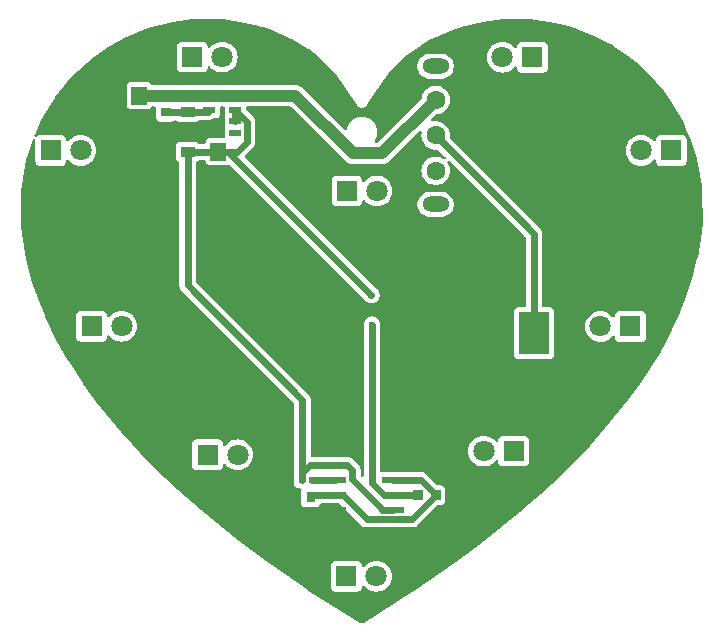
<source format=gbr>
%TF.GenerationSoftware,KiCad,Pcbnew,8.0.7-8.0.7-0~ubuntu24.04.1*%
%TF.CreationDate,2025-01-10T15:06:56-06:00*%
%TF.ProjectId,HeartLEDChaser_PCB,48656172-744c-4454-9443-68617365725f,rev?*%
%TF.SameCoordinates,Original*%
%TF.FileFunction,Copper,L2,Bot*%
%TF.FilePolarity,Positive*%
%FSLAX46Y46*%
G04 Gerber Fmt 4.6, Leading zero omitted, Abs format (unit mm)*
G04 Created by KiCad (PCBNEW 8.0.7-8.0.7-0~ubuntu24.04.1) date 2025-01-10 15:06:56*
%MOMM*%
%LPD*%
G01*
G04 APERTURE LIST*
%TA.AperFunction,ComponentPad*%
%ADD10R,1.800000X1.800000*%
%TD*%
%TA.AperFunction,ComponentPad*%
%ADD11C,1.800000*%
%TD*%
%TA.AperFunction,ComponentPad*%
%ADD12C,1.600000*%
%TD*%
%TA.AperFunction,ComponentPad*%
%ADD13O,2.300000X1.300000*%
%TD*%
%TA.AperFunction,SMDPad,CuDef*%
%ADD14R,0.860000X0.800000*%
%TD*%
%TA.AperFunction,SMDPad,CuDef*%
%ADD15R,1.360000X1.500000*%
%TD*%
%TA.AperFunction,SMDPad,CuDef*%
%ADD16R,0.800000X0.900000*%
%TD*%
%TA.AperFunction,SMDPad,CuDef*%
%ADD17R,0.570000X0.540000*%
%TD*%
%TA.AperFunction,SMDPad,CuDef*%
%ADD18R,2.600000X3.600000*%
%TD*%
%TA.AperFunction,SMDPad,CuDef*%
%ADD19R,1.000000X0.600000*%
%TD*%
%TA.AperFunction,SMDPad,CuDef*%
%ADD20R,1.981200X0.558800*%
%TD*%
%TA.AperFunction,SMDPad,CuDef*%
%ADD21R,0.810000X0.860000*%
%TD*%
%TA.AperFunction,SMDPad,CuDef*%
%ADD22R,1.150000X0.950000*%
%TD*%
%TA.AperFunction,ViaPad*%
%ADD23C,0.600000*%
%TD*%
%TA.AperFunction,Conductor*%
%ADD24C,0.600000*%
%TD*%
%TA.AperFunction,Conductor*%
%ADD25C,1.000000*%
%TD*%
G04 APERTURE END LIST*
D10*
%TO.P,D3,1,K*%
%TO.N,Net-(D3-K)*%
X103660000Y-84140000D03*
D11*
%TO.P,D3,2,A*%
%TO.N,Net-(D3-A)*%
X106200000Y-84140000D03*
%TD*%
D10*
%TO.P,D9,1,K*%
%TO.N,Net-(D9-K)*%
X156190000Y-84140000D03*
D11*
%TO.P,D9,2,A*%
%TO.N,Net-(D9-A)*%
X153650000Y-84140000D03*
%TD*%
D10*
%TO.P,D8,1,K*%
%TO.N,Net-(D8-K)*%
X152740000Y-99050000D03*
D11*
%TO.P,D8,2,A*%
%TO.N,Net-(D8-A)*%
X150200000Y-99050000D03*
%TD*%
D10*
%TO.P,D2,1,K*%
%TO.N,Net-(D2-K)*%
X115640000Y-76240000D03*
D11*
%TO.P,D2,2,A*%
%TO.N,Net-(D2-A)*%
X118180000Y-76240000D03*
%TD*%
D10*
%TO.P,D4,1,K*%
%TO.N,Net-(D4-K)*%
X107120000Y-99030000D03*
D11*
%TO.P,D4,2,A*%
%TO.N,Net-(D4-A)*%
X109660000Y-99030000D03*
%TD*%
D12*
%TO.P,U4,1,1*%
%TO.N,unconnected-(U4-Pad1)*%
X136250000Y-85870000D03*
%TO.P,U4,2,2*%
%TO.N,Net-(BT1-+)*%
X136250000Y-82870000D03*
%TO.P,U4,3,3*%
%TO.N,+3V0*%
X136250000Y-79870000D03*
D13*
%TO.P,U4,4,4*%
%TO.N,unconnected-(U4-Pad4)*%
X136250000Y-77020000D03*
%TO.P,U4,5,5*%
%TO.N,unconnected-(U4-Pad5)*%
X136250000Y-88720000D03*
%TD*%
D10*
%TO.P,D7,1,K*%
%TO.N,Net-(D7-K)*%
X142850000Y-109600000D03*
D11*
%TO.P,D7,2,A*%
%TO.N,Net-(D7-A)*%
X140310000Y-109600000D03*
%TD*%
D10*
%TO.P,D10,1,K*%
%TO.N,Net-(D10-K)*%
X144440000Y-76260000D03*
D11*
%TO.P,D10,2,A*%
%TO.N,Net-(D10-A)*%
X141900000Y-76260000D03*
%TD*%
D10*
%TO.P,D5,1,K*%
%TO.N,unconnected-(D5-K-Pad1)*%
X116940000Y-109910000D03*
D11*
%TO.P,D5,2,A*%
%TO.N,Net-(D5-A)*%
X119480000Y-109910000D03*
%TD*%
D10*
%TO.P,D6,1,K*%
%TO.N,Net-(D6-K)*%
X128695000Y-120200000D03*
D11*
%TO.P,D6,2,A*%
%TO.N,Net-(D6-A)*%
X131235000Y-120200000D03*
%TD*%
D10*
%TO.P,D1,1,K*%
%TO.N,Net-(D1-K)*%
X128740000Y-87580000D03*
D11*
%TO.P,D1,2,A*%
%TO.N,Net-(D1-A)*%
X131280000Y-87580000D03*
%TD*%
D14*
%TO.P,L1,1,1*%
%TO.N,+3V0*%
X113400000Y-79500000D03*
%TO.P,L1,2,2*%
%TO.N,Net-(S1-A)*%
X113400000Y-80900000D03*
%TD*%
D15*
%TO.P,C3,1*%
%TO.N,+3V0*%
X111160000Y-79510000D03*
%TO.P,C3,2*%
%TO.N,GND*%
X111160000Y-81910000D03*
%TD*%
%TO.P,C4,1*%
%TO.N,+5V*%
X117850000Y-84260000D03*
%TO.P,C4,2*%
%TO.N,GND*%
X117850000Y-86660000D03*
%TD*%
D16*
%TO.P,C1,1*%
%TO.N,Net-(U1-THRESHOLD)*%
X125656200Y-113525000D03*
%TO.P,C1,2*%
%TO.N,GND*%
X124256200Y-113525000D03*
%TD*%
D17*
%TO.P,R2,1*%
%TO.N,Net-(U1-DISCHARGE)*%
X125820000Y-112060000D03*
%TO.P,R2,2*%
%TO.N,+5V*%
X124960000Y-112060000D03*
%TD*%
D18*
%TO.P,BT1,1,+*%
%TO.N,Net-(BT1-+)*%
X144580000Y-99620000D03*
%TO.P,BT1,2,-*%
%TO.N,GND*%
X115280000Y-99620000D03*
%TD*%
D19*
%TO.P,U3,1,CE*%
%TO.N,+5V*%
X119300000Y-80740000D03*
%TO.P,U3,2,VOUT*%
X119300000Y-81690000D03*
%TO.P,U3,3,NC*%
%TO.N,unconnected-(U3-NC-Pad3)*%
X119300000Y-82640000D03*
%TO.P,U3,4,GND*%
%TO.N,GND*%
X117100000Y-82640000D03*
%TO.P,U3,5,LX*%
%TO.N,Net-(S1-A)*%
X117100000Y-80740000D03*
%TD*%
D20*
%TO.P,U1,1,GND*%
%TO.N,GND*%
X132630000Y-110790000D03*
%TO.P,U1,2,~TRIGGER*%
%TO.N,Net-(U1-THRESHOLD)*%
X132630000Y-112060000D03*
%TO.P,U1,3,OUTPUT*%
%TO.N,ASTABLE_OUTPUT*%
X132630000Y-113330000D03*
%TO.P,U1,4,~RESET*%
%TO.N,+5V*%
X132630000Y-114600000D03*
%TO.P,U1,5,CONTROL_VOLTAGE*%
%TO.N,GND*%
X127702400Y-114600000D03*
%TO.P,U1,6,THRESHOLD*%
%TO.N,Net-(U1-THRESHOLD)*%
X127702400Y-113330000D03*
%TO.P,U1,7,DISCHARGE*%
%TO.N,Net-(U1-DISCHARGE)*%
X127702400Y-112060000D03*
%TO.P,U1,8,VDD*%
%TO.N,+5V*%
X127702400Y-110790000D03*
%TD*%
D21*
%TO.P,R1,2*%
%TO.N,ASTABLE_OUTPUT*%
X134766200Y-113335000D03*
%TO.P,R1,1*%
%TO.N,Net-(U1-THRESHOLD)*%
X136266200Y-113335000D03*
%TD*%
D22*
%TO.P,S1,1,K*%
%TO.N,+5V*%
X115260000Y-84270000D03*
%TO.P,S1,2,A*%
%TO.N,Net-(S1-A)*%
X115260000Y-80890000D03*
%TD*%
D23*
%TO.N,GND*%
X112110000Y-98690000D03*
%TO.N,+5V*%
X130810000Y-96380000D03*
%TO.N,ASTABLE_OUTPUT*%
X130860000Y-98900000D03*
%TD*%
D24*
%TO.N,GND*%
X115280000Y-99620000D02*
X113040000Y-99620000D01*
X113040000Y-99620000D02*
X112110000Y-98690000D01*
%TO.N,+5V*%
X117850000Y-84260000D02*
X118690000Y-84260000D01*
X118690000Y-84260000D02*
X130810000Y-96380000D01*
%TO.N,ASTABLE_OUTPUT*%
X132630000Y-113330000D02*
X131918800Y-113330000D01*
X131918800Y-113330000D02*
X130860000Y-112271200D01*
X130860000Y-112271200D02*
X130860000Y-98900000D01*
%TO.N,+5V*%
X127702400Y-110790000D02*
X128770000Y-110790000D01*
X128770000Y-110790000D02*
X129200001Y-111220001D01*
X129200001Y-111220001D02*
X129200001Y-111970001D01*
X129200001Y-111970001D02*
X131830000Y-114600000D01*
X131830000Y-114600000D02*
X132630000Y-114600000D01*
D25*
%TO.N,+3V0*%
X111160000Y-79510000D02*
X124364416Y-79510000D01*
X124364416Y-79510000D02*
X129254416Y-84400000D01*
X129254416Y-84400000D02*
X131720000Y-84400000D01*
X131720000Y-84400000D02*
X136250000Y-79870000D01*
D24*
%TO.N,+5V*%
X115260000Y-84270000D02*
X115260000Y-95560000D01*
X115260000Y-95560000D02*
X124960000Y-105260000D01*
X124960000Y-105260000D02*
X124960000Y-112060000D01*
%TO.N,Net-(BT1-+)*%
X144580000Y-99620000D02*
X144580000Y-91200000D01*
X144580000Y-91200000D02*
X136250000Y-82870000D01*
%TO.N,Net-(U1-THRESHOLD)*%
X127702400Y-113330000D02*
X128413600Y-113330000D01*
X128413600Y-113330000D02*
X130453600Y-115370000D01*
X130453600Y-115370000D02*
X134231200Y-115370000D01*
X134231200Y-115370000D02*
X136266200Y-113335000D01*
%TO.N,+5V*%
X131690000Y-114600000D02*
X132630000Y-114600000D01*
%TO.N,Net-(U1-THRESHOLD)*%
X127702400Y-113330000D02*
X125851200Y-113330000D01*
X125851200Y-113330000D02*
X125656200Y-113525000D01*
X132630000Y-112060000D02*
X134991200Y-112060000D01*
X134991200Y-112060000D02*
X136266200Y-113335000D01*
%TO.N,ASTABLE_OUTPUT*%
X134766200Y-113335000D02*
X132635000Y-113335000D01*
X132635000Y-113335000D02*
X132630000Y-113330000D01*
%TO.N,+5V*%
X124960000Y-112060000D02*
X124960000Y-111425000D01*
X124960000Y-111425000D02*
X125595000Y-110790000D01*
X125595000Y-110790000D02*
X127702400Y-110790000D01*
%TO.N,Net-(U1-DISCHARGE)*%
X125820000Y-112060000D02*
X127702400Y-112060000D01*
D25*
%TO.N,+3V0*%
X113390000Y-79510000D02*
X113400000Y-79500000D01*
X111160000Y-79510000D02*
X113390000Y-79510000D01*
D24*
%TO.N,Net-(S1-A)*%
X115260000Y-80890000D02*
X116950000Y-80890000D01*
X116950000Y-80890000D02*
X117100000Y-80740000D01*
X113400000Y-80900000D02*
X115250000Y-80900000D01*
%TO.N,+5V*%
X119420000Y-84260000D02*
X117850000Y-84260000D01*
X120270000Y-81710000D02*
X120270000Y-83410000D01*
X119300000Y-80740000D02*
X120270000Y-81710000D01*
X115260000Y-84270000D02*
X117840000Y-84270000D01*
X119300000Y-80740000D02*
X119300000Y-81690000D01*
X120270000Y-83410000D02*
X119420000Y-84260000D01*
%TD*%
%TA.AperFunction,Conductor*%
%TO.N,GND*%
G36*
X118060096Y-73005845D02*
G01*
X118280416Y-73038561D01*
X119684659Y-73247087D01*
X119695210Y-73249126D01*
X120938513Y-73545820D01*
X121586678Y-73700494D01*
X121593644Y-73702372D01*
X121629377Y-73713130D01*
X122188979Y-73881609D01*
X122194181Y-73883175D01*
X122207458Y-73888013D01*
X123860334Y-74599468D01*
X123866721Y-74602436D01*
X124117958Y-74728055D01*
X124129069Y-74734346D01*
X125481737Y-75595134D01*
X125489564Y-75600548D01*
X126279240Y-76192805D01*
X126291202Y-76203025D01*
X126767615Y-76665496D01*
X127684382Y-77555435D01*
X127700350Y-77574387D01*
X129562268Y-80295653D01*
X129571630Y-80311831D01*
X129579741Y-80328658D01*
X129579743Y-80328662D01*
X129600121Y-80352326D01*
X129608493Y-80363214D01*
X129626138Y-80389002D01*
X129626145Y-80389009D01*
X129640320Y-80401167D01*
X129653553Y-80414374D01*
X129665737Y-80428523D01*
X129665736Y-80428523D01*
X129691546Y-80446107D01*
X129702452Y-80454457D01*
X129726172Y-80474802D01*
X129743011Y-80482876D01*
X129759215Y-80492211D01*
X129774640Y-80502721D01*
X129774641Y-80502721D01*
X129774645Y-80502724D01*
X129804145Y-80513035D01*
X129816836Y-80518278D01*
X129844999Y-80531784D01*
X129844998Y-80531784D01*
X129858198Y-80534258D01*
X129863344Y-80535223D01*
X129881414Y-80540045D01*
X129899048Y-80546210D01*
X129930211Y-80548534D01*
X129943816Y-80550311D01*
X129974528Y-80556071D01*
X129985874Y-80555201D01*
X129993143Y-80554645D01*
X130011845Y-80554626D01*
X130030467Y-80556016D01*
X130061170Y-80550195D01*
X130074766Y-80548392D01*
X130105926Y-80546006D01*
X130123550Y-80539805D01*
X130141599Y-80534951D01*
X130159946Y-80531474D01*
X130188100Y-80517903D01*
X130200759Y-80512645D01*
X130230243Y-80502275D01*
X130245655Y-80491729D01*
X130261838Y-80482365D01*
X130270471Y-80478204D01*
X130278661Y-80474257D01*
X130302342Y-80453863D01*
X130313210Y-80445507D01*
X130339006Y-80427858D01*
X130351172Y-80413672D01*
X130364368Y-80400450D01*
X130378522Y-80388263D01*
X130396107Y-80362451D01*
X130404454Y-80351549D01*
X130424802Y-80327828D01*
X130432877Y-80310986D01*
X130442204Y-80294792D01*
X130465946Y-80259946D01*
X130472600Y-80251348D01*
X130473648Y-80249775D01*
X130473651Y-80249773D01*
X130508552Y-80197419D01*
X130509098Y-80196609D01*
X130544484Y-80144675D01*
X130544484Y-80144672D01*
X130545542Y-80143121D01*
X130551026Y-80133709D01*
X131979922Y-77990364D01*
X131984170Y-77984387D01*
X132009462Y-77950941D01*
X132194223Y-77706608D01*
X132194607Y-77706102D01*
X132520269Y-77281057D01*
X132531004Y-77268808D01*
X132883282Y-76916530D01*
X134699500Y-76916530D01*
X134699500Y-77123469D01*
X134739868Y-77326412D01*
X134739870Y-77326420D01*
X134806277Y-77486741D01*
X134819059Y-77517598D01*
X134857004Y-77574387D01*
X134934024Y-77689657D01*
X135080342Y-77835975D01*
X135080345Y-77835977D01*
X135252402Y-77950941D01*
X135443580Y-78030130D01*
X135646530Y-78070499D01*
X135646534Y-78070500D01*
X135646535Y-78070500D01*
X136853466Y-78070500D01*
X136853467Y-78070499D01*
X137056420Y-78030130D01*
X137247598Y-77950941D01*
X137419655Y-77835977D01*
X137565977Y-77689655D01*
X137680941Y-77517598D01*
X137760130Y-77326420D01*
X137800500Y-77123465D01*
X137800500Y-76916535D01*
X137760130Y-76713580D01*
X137680941Y-76522402D01*
X137565977Y-76350345D01*
X137565975Y-76350342D01*
X137475631Y-76259998D01*
X140594532Y-76259998D01*
X140594532Y-76260001D01*
X140614364Y-76486686D01*
X140614366Y-76486697D01*
X140673258Y-76706488D01*
X140673261Y-76706497D01*
X140769431Y-76912732D01*
X140769432Y-76912734D01*
X140899954Y-77099141D01*
X141060858Y-77260045D01*
X141068366Y-77265302D01*
X141247266Y-77390568D01*
X141453504Y-77486739D01*
X141453509Y-77486740D01*
X141453511Y-77486741D01*
X141506415Y-77500916D01*
X141673308Y-77545635D01*
X141835230Y-77559801D01*
X141899998Y-77565468D01*
X141900000Y-77565468D01*
X141900002Y-77565468D01*
X141956796Y-77560499D01*
X142126692Y-77545635D01*
X142346496Y-77486739D01*
X142552734Y-77390568D01*
X142739139Y-77260047D01*
X142900047Y-77099139D01*
X142913924Y-77079319D01*
X142968498Y-77035694D01*
X143037996Y-77028499D01*
X143100352Y-77060019D01*
X143135768Y-77120248D01*
X143139500Y-77150438D01*
X143139500Y-77191516D01*
X143149649Y-77255596D01*
X143154354Y-77285304D01*
X143211950Y-77398342D01*
X143211952Y-77398344D01*
X143211954Y-77398347D01*
X143301652Y-77488045D01*
X143301654Y-77488046D01*
X143301658Y-77488050D01*
X143414674Y-77545635D01*
X143414698Y-77545647D01*
X143508475Y-77560499D01*
X143508481Y-77560500D01*
X145371518Y-77560499D01*
X145465304Y-77545646D01*
X145578342Y-77488050D01*
X145668050Y-77398342D01*
X145725646Y-77285304D01*
X145725646Y-77285302D01*
X145725647Y-77285301D01*
X145740499Y-77191524D01*
X145740500Y-77191519D01*
X145740499Y-75328482D01*
X145725646Y-75234696D01*
X145668050Y-75121658D01*
X145668046Y-75121654D01*
X145668045Y-75121652D01*
X145578347Y-75031954D01*
X145578344Y-75031952D01*
X145578342Y-75031950D01*
X145465328Y-74974366D01*
X145465301Y-74974352D01*
X145371524Y-74959500D01*
X143508482Y-74959500D01*
X143427519Y-74972323D01*
X143414696Y-74974354D01*
X143301658Y-75031950D01*
X143301657Y-75031951D01*
X143301652Y-75031954D01*
X143211954Y-75121652D01*
X143211951Y-75121657D01*
X143211950Y-75121658D01*
X143207989Y-75129432D01*
X143154352Y-75234698D01*
X143139500Y-75328475D01*
X143139500Y-75369557D01*
X143119815Y-75436596D01*
X143067011Y-75482351D01*
X142997853Y-75492295D01*
X142934297Y-75463270D01*
X142913925Y-75440681D01*
X142900043Y-75420856D01*
X142739141Y-75259954D01*
X142552734Y-75129432D01*
X142552732Y-75129431D01*
X142346497Y-75033261D01*
X142346488Y-75033258D01*
X142126697Y-74974366D01*
X142126693Y-74974365D01*
X142126692Y-74974365D01*
X142126691Y-74974364D01*
X142126686Y-74974364D01*
X141900002Y-74954532D01*
X141899998Y-74954532D01*
X141673313Y-74974364D01*
X141673302Y-74974366D01*
X141453511Y-75033258D01*
X141453502Y-75033261D01*
X141247267Y-75129431D01*
X141247265Y-75129432D01*
X141060858Y-75259954D01*
X140899954Y-75420858D01*
X140769432Y-75607265D01*
X140769431Y-75607267D01*
X140673261Y-75813502D01*
X140673258Y-75813511D01*
X140614366Y-76033302D01*
X140614364Y-76033313D01*
X140594532Y-76259998D01*
X137475631Y-76259998D01*
X137419657Y-76204024D01*
X137333626Y-76146541D01*
X137247598Y-76089059D01*
X137056420Y-76009870D01*
X137056412Y-76009868D01*
X136853469Y-75969500D01*
X136853465Y-75969500D01*
X135646535Y-75969500D01*
X135646530Y-75969500D01*
X135443587Y-76009868D01*
X135443579Y-76009870D01*
X135252403Y-76089058D01*
X135080342Y-76204024D01*
X134934024Y-76350342D01*
X134819058Y-76522403D01*
X134739870Y-76713579D01*
X134739868Y-76713587D01*
X134699500Y-76916530D01*
X132883282Y-76916530D01*
X133361110Y-76438702D01*
X133373226Y-76428070D01*
X133842837Y-76067254D01*
X133843819Y-76066508D01*
X134075473Y-75892769D01*
X134081154Y-75888755D01*
X135657950Y-74840462D01*
X135664264Y-74836535D01*
X136071221Y-74600236D01*
X136085782Y-74593014D01*
X137712792Y-73915093D01*
X137721754Y-73911760D01*
X138426133Y-73680355D01*
X138436814Y-73677370D01*
X140223833Y-73263177D01*
X140233470Y-73261344D01*
X141944063Y-73005859D01*
X141962380Y-73004500D01*
X144311882Y-73004500D01*
X144330096Y-73005845D01*
X144772565Y-73071550D01*
X145951298Y-73246588D01*
X145963165Y-73248947D01*
X147150143Y-73545820D01*
X147772734Y-73701535D01*
X147781859Y-73704193D01*
X148315839Y-73882186D01*
X148323872Y-73885176D01*
X148392006Y-73913253D01*
X149623921Y-74420910D01*
X149634313Y-74425768D01*
X150678756Y-74974364D01*
X151044134Y-75166280D01*
X151055574Y-75173096D01*
X151531189Y-75492295D01*
X152560746Y-76183260D01*
X152566583Y-76187429D01*
X153526577Y-76915887D01*
X153567501Y-76946941D01*
X153580226Y-76958040D01*
X154928792Y-78306605D01*
X154938922Y-78318069D01*
X155588454Y-79151634D01*
X155592228Y-79156742D01*
X156088126Y-79865170D01*
X156092988Y-79872679D01*
X157168228Y-81672296D01*
X157175595Y-81686679D01*
X157558258Y-82571584D01*
X157851436Y-83249559D01*
X157858164Y-83265116D01*
X157862275Y-83275998D01*
X158272771Y-84538869D01*
X158279448Y-84559411D01*
X158281743Y-84567367D01*
X158472846Y-85323723D01*
X158474954Y-85333817D01*
X158775116Y-87144204D01*
X158776277Y-87153259D01*
X158838822Y-87841246D01*
X158839314Y-87850412D01*
X158878852Y-90229266D01*
X158877962Y-90246301D01*
X158777026Y-91076031D01*
X158776307Y-91081069D01*
X158420613Y-93256135D01*
X158418239Y-93267364D01*
X157965429Y-95006661D01*
X157962870Y-95015215D01*
X157298600Y-96975579D01*
X157296088Y-96982338D01*
X156837287Y-98115006D01*
X156833859Y-98122706D01*
X155664297Y-100526368D01*
X155661192Y-100532334D01*
X155308004Y-101168073D01*
X155304417Y-101174119D01*
X153549034Y-103950494D01*
X153544074Y-103957755D01*
X152565555Y-105286572D01*
X152561942Y-105291241D01*
X150618704Y-107682799D01*
X150615654Y-107686410D01*
X149323255Y-109158560D01*
X149317750Y-109164434D01*
X146090117Y-112392067D01*
X146084377Y-112397454D01*
X145350618Y-113043481D01*
X145155539Y-113215235D01*
X144171733Y-114081026D01*
X143356077Y-114798839D01*
X143351872Y-114802377D01*
X139923368Y-117559927D01*
X139919447Y-117562954D01*
X137987585Y-118993528D01*
X137984059Y-118996045D01*
X134395448Y-121464159D01*
X134393963Y-121465164D01*
X134232323Y-121572924D01*
X134230186Y-121574317D01*
X130182553Y-124154067D01*
X130115907Y-124173500D01*
X129894500Y-124173500D01*
X129850005Y-124165242D01*
X129832368Y-124158462D01*
X129821410Y-124153629D01*
X129817309Y-124151578D01*
X129806479Y-124145464D01*
X125625288Y-121499956D01*
X125622805Y-121498343D01*
X125410838Y-121357032D01*
X125409332Y-121356012D01*
X122375416Y-119268475D01*
X127394500Y-119268475D01*
X127394500Y-121131517D01*
X127405292Y-121199657D01*
X127409354Y-121225304D01*
X127466950Y-121338342D01*
X127466952Y-121338344D01*
X127466954Y-121338347D01*
X127556652Y-121428045D01*
X127556654Y-121428046D01*
X127556658Y-121428050D01*
X127669674Y-121485635D01*
X127669698Y-121485647D01*
X127763475Y-121500499D01*
X127763481Y-121500500D01*
X129626518Y-121500499D01*
X129720304Y-121485646D01*
X129833342Y-121428050D01*
X129923050Y-121338342D01*
X129980646Y-121225304D01*
X129980646Y-121225302D01*
X129980647Y-121225301D01*
X129995499Y-121131525D01*
X129995500Y-121131519D01*
X129995499Y-121090441D01*
X130015182Y-121023405D01*
X130067985Y-120977649D01*
X130137143Y-120967704D01*
X130200700Y-120996727D01*
X130221073Y-121019317D01*
X130234954Y-121039141D01*
X130395858Y-121200045D01*
X130395861Y-121200047D01*
X130582266Y-121330568D01*
X130788504Y-121426739D01*
X130788509Y-121426740D01*
X130788511Y-121426741D01*
X130841415Y-121440916D01*
X131008308Y-121485635D01*
X131153561Y-121498343D01*
X131234998Y-121505468D01*
X131235000Y-121505468D01*
X131235002Y-121505468D01*
X131307009Y-121499168D01*
X131461692Y-121485635D01*
X131681496Y-121426739D01*
X131887734Y-121330568D01*
X132074139Y-121200047D01*
X132235047Y-121039139D01*
X132365568Y-120852734D01*
X132461739Y-120646496D01*
X132520635Y-120426692D01*
X132540468Y-120200000D01*
X132520635Y-119973308D01*
X132461739Y-119753504D01*
X132365568Y-119547266D01*
X132235047Y-119360861D01*
X132235045Y-119360858D01*
X132074141Y-119199954D01*
X131887734Y-119069432D01*
X131887732Y-119069431D01*
X131681497Y-118973261D01*
X131681488Y-118973258D01*
X131461697Y-118914366D01*
X131461693Y-118914365D01*
X131461692Y-118914365D01*
X131461691Y-118914364D01*
X131461686Y-118914364D01*
X131235002Y-118894532D01*
X131234998Y-118894532D01*
X131008313Y-118914364D01*
X131008302Y-118914366D01*
X130788511Y-118973258D01*
X130788502Y-118973261D01*
X130582267Y-119069431D01*
X130582265Y-119069432D01*
X130395858Y-119199954D01*
X130234954Y-119360858D01*
X130221074Y-119380682D01*
X130166498Y-119424307D01*
X130096999Y-119431501D01*
X130034644Y-119399979D01*
X129999230Y-119339749D01*
X129995499Y-119309559D01*
X129995499Y-119268482D01*
X129995498Y-119268475D01*
X129980646Y-119174696D01*
X129923050Y-119061658D01*
X129923046Y-119061654D01*
X129923045Y-119061652D01*
X129833347Y-118971954D01*
X129833344Y-118971952D01*
X129833342Y-118971950D01*
X129734759Y-118921719D01*
X129720301Y-118914352D01*
X129626524Y-118899500D01*
X127763482Y-118899500D01*
X127682519Y-118912323D01*
X127669696Y-118914354D01*
X127556658Y-118971950D01*
X127556657Y-118971951D01*
X127556652Y-118971954D01*
X127466954Y-119061652D01*
X127466951Y-119061657D01*
X127466950Y-119061658D01*
X127462989Y-119069432D01*
X127409352Y-119174698D01*
X127394500Y-119268475D01*
X122375416Y-119268475D01*
X121873545Y-118923154D01*
X121869434Y-118920200D01*
X119568870Y-117194778D01*
X119565003Y-117191756D01*
X116357660Y-114581717D01*
X116353726Y-114578377D01*
X114443344Y-112886885D01*
X114442456Y-112886092D01*
X113329197Y-111881156D01*
X113324605Y-111876792D01*
X111202345Y-109754531D01*
X111197554Y-109749464D01*
X110508756Y-108978475D01*
X115639500Y-108978475D01*
X115639500Y-110841517D01*
X115646893Y-110888194D01*
X115654354Y-110935304D01*
X115711950Y-111048342D01*
X115711952Y-111048344D01*
X115711954Y-111048347D01*
X115801652Y-111138045D01*
X115801654Y-111138046D01*
X115801658Y-111138050D01*
X115914674Y-111195635D01*
X115914698Y-111195647D01*
X116008475Y-111210499D01*
X116008481Y-111210500D01*
X117871518Y-111210499D01*
X117965304Y-111195646D01*
X118078342Y-111138050D01*
X118168050Y-111048342D01*
X118225646Y-110935304D01*
X118225646Y-110935302D01*
X118225647Y-110935301D01*
X118240499Y-110841525D01*
X118240500Y-110841519D01*
X118240499Y-110800441D01*
X118260182Y-110733405D01*
X118312985Y-110687649D01*
X118382143Y-110677704D01*
X118445700Y-110706727D01*
X118466073Y-110729317D01*
X118479954Y-110749141D01*
X118640858Y-110910045D01*
X118640861Y-110910047D01*
X118827266Y-111040568D01*
X119033504Y-111136739D01*
X119033509Y-111136740D01*
X119033511Y-111136741D01*
X119086415Y-111150916D01*
X119253308Y-111195635D01*
X119415230Y-111209801D01*
X119479998Y-111215468D01*
X119480000Y-111215468D01*
X119480002Y-111215468D01*
X119536796Y-111210499D01*
X119706692Y-111195635D01*
X119926496Y-111136739D01*
X120132734Y-111040568D01*
X120319139Y-110910047D01*
X120480047Y-110749139D01*
X120610568Y-110562734D01*
X120706739Y-110356496D01*
X120765635Y-110136692D01*
X120785468Y-109910000D01*
X120783168Y-109883716D01*
X120765635Y-109683313D01*
X120765635Y-109683308D01*
X120706739Y-109463504D01*
X120610568Y-109257266D01*
X120480047Y-109070861D01*
X120480045Y-109070858D01*
X120319141Y-108909954D01*
X120132734Y-108779432D01*
X120132732Y-108779431D01*
X119926497Y-108683261D01*
X119926488Y-108683258D01*
X119706697Y-108624366D01*
X119706693Y-108624365D01*
X119706692Y-108624365D01*
X119706691Y-108624364D01*
X119706686Y-108624364D01*
X119480002Y-108604532D01*
X119479998Y-108604532D01*
X119253313Y-108624364D01*
X119253302Y-108624366D01*
X119033511Y-108683258D01*
X119033502Y-108683261D01*
X118827267Y-108779431D01*
X118827265Y-108779432D01*
X118640858Y-108909954D01*
X118479954Y-109070858D01*
X118466074Y-109090682D01*
X118411498Y-109134307D01*
X118341999Y-109141501D01*
X118279644Y-109109979D01*
X118244230Y-109049749D01*
X118240499Y-109019559D01*
X118240499Y-108978482D01*
X118235555Y-108947265D01*
X118225646Y-108884696D01*
X118168050Y-108771658D01*
X118168046Y-108771654D01*
X118168045Y-108771652D01*
X118078347Y-108681954D01*
X118078344Y-108681952D01*
X118078342Y-108681950D01*
X117965328Y-108624366D01*
X117965301Y-108624352D01*
X117871524Y-108609500D01*
X116008482Y-108609500D01*
X115927519Y-108622323D01*
X115914696Y-108624354D01*
X115801658Y-108681950D01*
X115801657Y-108681951D01*
X115801652Y-108681954D01*
X115711954Y-108771652D01*
X115711951Y-108771657D01*
X115711950Y-108771658D01*
X115707989Y-108779432D01*
X115654352Y-108884698D01*
X115639500Y-108978475D01*
X110508756Y-108978475D01*
X109644767Y-108011390D01*
X109641705Y-108007828D01*
X107941130Y-105952699D01*
X107516369Y-105439379D01*
X107511590Y-105433220D01*
X107335599Y-105191006D01*
X106384929Y-103882609D01*
X106381012Y-103876887D01*
X105255642Y-102130473D01*
X104886963Y-101558335D01*
X104883540Y-101552698D01*
X104341988Y-100604431D01*
X104338144Y-100597148D01*
X104220671Y-100355468D01*
X103212318Y-98280955D01*
X103209696Y-98275187D01*
X103204258Y-98262368D01*
X103134727Y-98098475D01*
X105819500Y-98098475D01*
X105819500Y-99961517D01*
X105822669Y-99981524D01*
X105834354Y-100055304D01*
X105891950Y-100168342D01*
X105891952Y-100168344D01*
X105891954Y-100168347D01*
X105981652Y-100258045D01*
X105981654Y-100258046D01*
X105981658Y-100258050D01*
X106094674Y-100315635D01*
X106094698Y-100315647D01*
X106188475Y-100330499D01*
X106188481Y-100330500D01*
X108051518Y-100330499D01*
X108145304Y-100315646D01*
X108258342Y-100258050D01*
X108348050Y-100168342D01*
X108405646Y-100055304D01*
X108405646Y-100055302D01*
X108405647Y-100055301D01*
X108420499Y-99961525D01*
X108420500Y-99961519D01*
X108420499Y-99920441D01*
X108440182Y-99853405D01*
X108492985Y-99807649D01*
X108562143Y-99797704D01*
X108625700Y-99826727D01*
X108646073Y-99849317D01*
X108659954Y-99869141D01*
X108820858Y-100030045D01*
X108820861Y-100030047D01*
X109007266Y-100160568D01*
X109213504Y-100256739D01*
X109213509Y-100256740D01*
X109213511Y-100256741D01*
X109266415Y-100270916D01*
X109433308Y-100315635D01*
X109595230Y-100329801D01*
X109659998Y-100335468D01*
X109660000Y-100335468D01*
X109660002Y-100335468D01*
X109716796Y-100330499D01*
X109886692Y-100315635D01*
X110106496Y-100256739D01*
X110312734Y-100160568D01*
X110499139Y-100030047D01*
X110660047Y-99869139D01*
X110790568Y-99682734D01*
X110886739Y-99476496D01*
X110945635Y-99256692D01*
X110965468Y-99030000D01*
X110945635Y-98803308D01*
X110886739Y-98583504D01*
X110790568Y-98377266D01*
X110660047Y-98190861D01*
X110660045Y-98190858D01*
X110499141Y-98029954D01*
X110312734Y-97899432D01*
X110312732Y-97899431D01*
X110106497Y-97803261D01*
X110106488Y-97803258D01*
X109886697Y-97744366D01*
X109886693Y-97744365D01*
X109886692Y-97744365D01*
X109886691Y-97744364D01*
X109886686Y-97744364D01*
X109660002Y-97724532D01*
X109659998Y-97724532D01*
X109433313Y-97744364D01*
X109433302Y-97744366D01*
X109213511Y-97803258D01*
X109213502Y-97803261D01*
X109007267Y-97899431D01*
X109007265Y-97899432D01*
X108820858Y-98029954D01*
X108659954Y-98190858D01*
X108646074Y-98210682D01*
X108591498Y-98254307D01*
X108521999Y-98261501D01*
X108459644Y-98229979D01*
X108424230Y-98169749D01*
X108420499Y-98139559D01*
X108420499Y-98098482D01*
X108420498Y-98098475D01*
X108405646Y-98004696D01*
X108348050Y-97891658D01*
X108348046Y-97891654D01*
X108348045Y-97891652D01*
X108258347Y-97801954D01*
X108258344Y-97801952D01*
X108258342Y-97801950D01*
X108181517Y-97762805D01*
X108145301Y-97744352D01*
X108051524Y-97729500D01*
X106188482Y-97729500D01*
X106107519Y-97742323D01*
X106094696Y-97744354D01*
X105981658Y-97801950D01*
X105981657Y-97801951D01*
X105981652Y-97801954D01*
X105891954Y-97891652D01*
X105891951Y-97891657D01*
X105891950Y-97891658D01*
X105872751Y-97929337D01*
X105834352Y-98004698D01*
X105819500Y-98098475D01*
X103134727Y-98098475D01*
X102809416Y-97331672D01*
X102806542Y-97324239D01*
X102019982Y-95077166D01*
X102016724Y-95066282D01*
X102003957Y-95015215D01*
X101585525Y-93341490D01*
X101583565Y-93332123D01*
X101226711Y-91224483D01*
X101226055Y-91220127D01*
X101125573Y-90461120D01*
X101124500Y-90444846D01*
X101124500Y-87726202D01*
X101126221Y-87705615D01*
X101147369Y-87580000D01*
X101583400Y-84990079D01*
X101587004Y-84974724D01*
X101668296Y-84706515D01*
X101668410Y-84706144D01*
X102117089Y-83262701D01*
X102155785Y-83204527D01*
X102219791Y-83176508D01*
X102288784Y-83187541D01*
X102340860Y-83234123D01*
X102359500Y-83299509D01*
X102359500Y-85071517D01*
X102369603Y-85135304D01*
X102374354Y-85165304D01*
X102431950Y-85278342D01*
X102431952Y-85278344D01*
X102431954Y-85278347D01*
X102521652Y-85368045D01*
X102521654Y-85368046D01*
X102521658Y-85368050D01*
X102634674Y-85425635D01*
X102634698Y-85425647D01*
X102728475Y-85440499D01*
X102728481Y-85440500D01*
X104591518Y-85440499D01*
X104685304Y-85425646D01*
X104798342Y-85368050D01*
X104888050Y-85278342D01*
X104945646Y-85165304D01*
X104945646Y-85165302D01*
X104945647Y-85165301D01*
X104959932Y-85075103D01*
X104960500Y-85071519D01*
X104960499Y-85030441D01*
X104980182Y-84963405D01*
X105032985Y-84917649D01*
X105102143Y-84907704D01*
X105165700Y-84936727D01*
X105186073Y-84959317D01*
X105199954Y-84979141D01*
X105360858Y-85140045D01*
X105360861Y-85140047D01*
X105547266Y-85270568D01*
X105753504Y-85366739D01*
X105753509Y-85366740D01*
X105753511Y-85366741D01*
X105787675Y-85375895D01*
X105973308Y-85425635D01*
X106135230Y-85439801D01*
X106199998Y-85445468D01*
X106200000Y-85445468D01*
X106200002Y-85445468D01*
X106256796Y-85440499D01*
X106426692Y-85425635D01*
X106646496Y-85366739D01*
X106852734Y-85270568D01*
X107039139Y-85140047D01*
X107200047Y-84979139D01*
X107330568Y-84792734D01*
X107426739Y-84586496D01*
X107485635Y-84366692D01*
X107505468Y-84140000D01*
X107502072Y-84101189D01*
X107485635Y-83913313D01*
X107485635Y-83913308D01*
X107426739Y-83693504D01*
X107330568Y-83487266D01*
X107200047Y-83300861D01*
X107200045Y-83300858D01*
X107039141Y-83139954D01*
X106852734Y-83009432D01*
X106852732Y-83009431D01*
X106646497Y-82913261D01*
X106646488Y-82913258D01*
X106426697Y-82854366D01*
X106426693Y-82854365D01*
X106426692Y-82854365D01*
X106426691Y-82854364D01*
X106426686Y-82854364D01*
X106200002Y-82834532D01*
X106199998Y-82834532D01*
X105973313Y-82854364D01*
X105973302Y-82854366D01*
X105753511Y-82913258D01*
X105753502Y-82913261D01*
X105547267Y-83009431D01*
X105547265Y-83009432D01*
X105360858Y-83139954D01*
X105199954Y-83300858D01*
X105186074Y-83320682D01*
X105131498Y-83364307D01*
X105061999Y-83371501D01*
X104999644Y-83339979D01*
X104964230Y-83279749D01*
X104960499Y-83249559D01*
X104960499Y-83208482D01*
X104959873Y-83204527D01*
X104945646Y-83114696D01*
X104888050Y-83001658D01*
X104888046Y-83001654D01*
X104888045Y-83001652D01*
X104798347Y-82911954D01*
X104798344Y-82911952D01*
X104798342Y-82911950D01*
X104696807Y-82860215D01*
X104685301Y-82854352D01*
X104591524Y-82839500D01*
X102728482Y-82839500D01*
X102647519Y-82852323D01*
X102634696Y-82854354D01*
X102521658Y-82911950D01*
X102521657Y-82911951D01*
X102521655Y-82911952D01*
X102494553Y-82939054D01*
X102433229Y-82972538D01*
X102363538Y-82967552D01*
X102307605Y-82925680D01*
X102283189Y-82860215D01*
X102293875Y-82800308D01*
X102857542Y-81553045D01*
X102863418Y-81541657D01*
X103649974Y-80193682D01*
X103655968Y-80184389D01*
X104002466Y-79696579D01*
X104005153Y-79692944D01*
X104039289Y-79648464D01*
X104745326Y-78728475D01*
X110079500Y-78728475D01*
X110079500Y-80291517D01*
X110089006Y-80351538D01*
X110094354Y-80385304D01*
X110151950Y-80498342D01*
X110151952Y-80498344D01*
X110151954Y-80498347D01*
X110241652Y-80588045D01*
X110241654Y-80588046D01*
X110241658Y-80588050D01*
X110354694Y-80645645D01*
X110354698Y-80645647D01*
X110448475Y-80660499D01*
X110448481Y-80660500D01*
X111871518Y-80660499D01*
X111965304Y-80645646D01*
X112078342Y-80588050D01*
X112168050Y-80498342D01*
X112178311Y-80478204D01*
X112226286Y-80427409D01*
X112288795Y-80410500D01*
X112445500Y-80410500D01*
X112512539Y-80430185D01*
X112558294Y-80482989D01*
X112569500Y-80534500D01*
X112569500Y-81331517D01*
X112576892Y-81378189D01*
X112584354Y-81425304D01*
X112641950Y-81538342D01*
X112641952Y-81538344D01*
X112641954Y-81538347D01*
X112731652Y-81628045D01*
X112731654Y-81628046D01*
X112731658Y-81628050D01*
X112841950Y-81684247D01*
X112844698Y-81685647D01*
X112938475Y-81700499D01*
X112938481Y-81700500D01*
X113861518Y-81700499D01*
X113955304Y-81685646D01*
X114068342Y-81628050D01*
X114068347Y-81628045D01*
X114073671Y-81624179D01*
X114139478Y-81600702D01*
X114146552Y-81600500D01*
X114302746Y-81600500D01*
X114369785Y-81620185D01*
X114390422Y-81636814D01*
X114446658Y-81693050D01*
X114559694Y-81750645D01*
X114559698Y-81750647D01*
X114653475Y-81765499D01*
X114653481Y-81765500D01*
X115866518Y-81765499D01*
X115960304Y-81750646D01*
X116073342Y-81693050D01*
X116139574Y-81626817D01*
X116200895Y-81593334D01*
X116227254Y-81590500D01*
X117018996Y-81590500D01*
X117110040Y-81572389D01*
X117154328Y-81563580D01*
X117281811Y-81510775D01*
X117355711Y-81461396D01*
X117422387Y-81440519D01*
X117424601Y-81440499D01*
X117631517Y-81440499D01*
X117631518Y-81440499D01*
X117725304Y-81425646D01*
X117838342Y-81368050D01*
X117928050Y-81278342D01*
X117985646Y-81165304D01*
X117985646Y-81165302D01*
X117985647Y-81165301D01*
X118000499Y-81071524D01*
X118000500Y-81071519D01*
X118000499Y-80534499D01*
X118020183Y-80467461D01*
X118072987Y-80421706D01*
X118124499Y-80410500D01*
X118275500Y-80410500D01*
X118342539Y-80430185D01*
X118388294Y-80482989D01*
X118399500Y-80534500D01*
X118399500Y-81071517D01*
X118414354Y-81165306D01*
X118417371Y-81174590D01*
X118414172Y-81175629D01*
X118423885Y-81227397D01*
X118415807Y-81254904D01*
X118417370Y-81255412D01*
X118414353Y-81264697D01*
X118399500Y-81358475D01*
X118399500Y-82021517D01*
X118414354Y-82115306D01*
X118417371Y-82124590D01*
X118414172Y-82125629D01*
X118423885Y-82177397D01*
X118415807Y-82204904D01*
X118417370Y-82205412D01*
X118414353Y-82214697D01*
X118399500Y-82308475D01*
X118399500Y-82971521D01*
X118399836Y-82975784D01*
X118385465Y-83044160D01*
X118336408Y-83093912D01*
X118276217Y-83109500D01*
X117138482Y-83109500D01*
X117057519Y-83122323D01*
X117044696Y-83124354D01*
X116931658Y-83181950D01*
X116931657Y-83181951D01*
X116931652Y-83181954D01*
X116841954Y-83271652D01*
X116841951Y-83271657D01*
X116841950Y-83271658D01*
X116794743Y-83364307D01*
X116784353Y-83384698D01*
X116771650Y-83464899D01*
X116741720Y-83528033D01*
X116682409Y-83564964D01*
X116649177Y-83569500D01*
X116227254Y-83569500D01*
X116160215Y-83549815D01*
X116139577Y-83533185D01*
X116073342Y-83466950D01*
X115994958Y-83427011D01*
X115960301Y-83409352D01*
X115866524Y-83394500D01*
X114653482Y-83394500D01*
X114572519Y-83407323D01*
X114559696Y-83409354D01*
X114446658Y-83466950D01*
X114446657Y-83466951D01*
X114446652Y-83466954D01*
X114356954Y-83556652D01*
X114356951Y-83556657D01*
X114299352Y-83669698D01*
X114284500Y-83763475D01*
X114284500Y-84776517D01*
X114291037Y-84817789D01*
X114299354Y-84870304D01*
X114356950Y-84983342D01*
X114356952Y-84983344D01*
X114356954Y-84983347D01*
X114446652Y-85073045D01*
X114446654Y-85073046D01*
X114446658Y-85073050D01*
X114491796Y-85096049D01*
X114542591Y-85144023D01*
X114559500Y-85206533D01*
X114559500Y-95491006D01*
X114559500Y-95628994D01*
X114559500Y-95628996D01*
X114559499Y-95628996D01*
X114586418Y-95764322D01*
X114586421Y-95764332D01*
X114639222Y-95891807D01*
X114715887Y-96006545D01*
X114715888Y-96006546D01*
X124223181Y-105513838D01*
X124256666Y-105575161D01*
X124259500Y-105601519D01*
X124259500Y-112128991D01*
X124272118Y-112192430D01*
X124274500Y-112216619D01*
X124274500Y-112361517D01*
X124280192Y-112397454D01*
X124289354Y-112455304D01*
X124346950Y-112568342D01*
X124346952Y-112568344D01*
X124346954Y-112568347D01*
X124436652Y-112658045D01*
X124436654Y-112658046D01*
X124436658Y-112658050D01*
X124549696Y-112715646D01*
X124549698Y-112715647D01*
X124643475Y-112730499D01*
X124643481Y-112730500D01*
X124727968Y-112730499D01*
X124752158Y-112732881D01*
X124755671Y-112733579D01*
X124755672Y-112733580D01*
X124799303Y-112742258D01*
X124861213Y-112774643D01*
X124895788Y-112835358D01*
X124892049Y-112905128D01*
X124885598Y-112920168D01*
X124870554Y-112949694D01*
X124870552Y-112949698D01*
X124855700Y-113043475D01*
X124855700Y-114006517D01*
X124865251Y-114066819D01*
X124870554Y-114100304D01*
X124928150Y-114213342D01*
X124928152Y-114213344D01*
X124928154Y-114213347D01*
X125017852Y-114303045D01*
X125017854Y-114303046D01*
X125017858Y-114303050D01*
X125130894Y-114360645D01*
X125130898Y-114360647D01*
X125224675Y-114375499D01*
X125224681Y-114375500D01*
X126087718Y-114375499D01*
X126181504Y-114360646D01*
X126294542Y-114303050D01*
X126384250Y-114213342D01*
X126441846Y-114100304D01*
X126441846Y-114100302D01*
X126442915Y-114098205D01*
X126490890Y-114047409D01*
X126553400Y-114030500D01*
X127633407Y-114030500D01*
X128072081Y-114030500D01*
X128139120Y-114050185D01*
X128159762Y-114066819D01*
X130007053Y-115914111D01*
X130007054Y-115914112D01*
X130121792Y-115990777D01*
X130249267Y-116043578D01*
X130249272Y-116043580D01*
X130249276Y-116043580D01*
X130249277Y-116043581D01*
X130384603Y-116070500D01*
X130384606Y-116070500D01*
X134300196Y-116070500D01*
X134391240Y-116052389D01*
X134435528Y-116043580D01*
X134499269Y-116017177D01*
X134563007Y-115990777D01*
X134563008Y-115990776D01*
X134563011Y-115990775D01*
X134677743Y-115914114D01*
X136390038Y-114201817D01*
X136451361Y-114168333D01*
X136477719Y-114165499D01*
X136702717Y-114165499D01*
X136702718Y-114165499D01*
X136796504Y-114150646D01*
X136909542Y-114093050D01*
X136999250Y-114003342D01*
X137056846Y-113890304D01*
X137056846Y-113890302D01*
X137056847Y-113890301D01*
X137071699Y-113796524D01*
X137071700Y-113796519D01*
X137071699Y-112873482D01*
X137056846Y-112779696D01*
X136999250Y-112666658D01*
X136999246Y-112666654D01*
X136999245Y-112666652D01*
X136909547Y-112576954D01*
X136909544Y-112576952D01*
X136909542Y-112576950D01*
X136832717Y-112537805D01*
X136796501Y-112519352D01*
X136702724Y-112504500D01*
X136702719Y-112504500D01*
X136477719Y-112504500D01*
X136410680Y-112484815D01*
X136390038Y-112468181D01*
X135437746Y-111515888D01*
X135437745Y-111515887D01*
X135323007Y-111439222D01*
X135195532Y-111386421D01*
X135195522Y-111386418D01*
X135060196Y-111359500D01*
X135060194Y-111359500D01*
X135060193Y-111359500D01*
X132561007Y-111359500D01*
X132523580Y-111366944D01*
X132469415Y-111377718D01*
X132445225Y-111380100D01*
X131684500Y-111380100D01*
X131617461Y-111360415D01*
X131571706Y-111307611D01*
X131560500Y-111256100D01*
X131560500Y-109599998D01*
X139004532Y-109599998D01*
X139004532Y-109600001D01*
X139024364Y-109826686D01*
X139024366Y-109826697D01*
X139083258Y-110046488D01*
X139083261Y-110046497D01*
X139179431Y-110252732D01*
X139179432Y-110252734D01*
X139309954Y-110439141D01*
X139470858Y-110600045D01*
X139470861Y-110600047D01*
X139657266Y-110730568D01*
X139863504Y-110826739D01*
X139863509Y-110826740D01*
X139863511Y-110826741D01*
X139916415Y-110840916D01*
X140083308Y-110885635D01*
X140245230Y-110899801D01*
X140309998Y-110905468D01*
X140310000Y-110905468D01*
X140310002Y-110905468D01*
X140366796Y-110900499D01*
X140536692Y-110885635D01*
X140756496Y-110826739D01*
X140962734Y-110730568D01*
X141149139Y-110600047D01*
X141310047Y-110439139D01*
X141323924Y-110419319D01*
X141378498Y-110375694D01*
X141447996Y-110368499D01*
X141510352Y-110400019D01*
X141545768Y-110460248D01*
X141549500Y-110490438D01*
X141549500Y-110531516D01*
X141559649Y-110595596D01*
X141564354Y-110625304D01*
X141621950Y-110738342D01*
X141621952Y-110738344D01*
X141621954Y-110738347D01*
X141711652Y-110828045D01*
X141711654Y-110828046D01*
X141711658Y-110828050D01*
X141824674Y-110885635D01*
X141824698Y-110885647D01*
X141918475Y-110900499D01*
X141918481Y-110900500D01*
X143781518Y-110900499D01*
X143875304Y-110885646D01*
X143988342Y-110828050D01*
X144078050Y-110738342D01*
X144135646Y-110625304D01*
X144135646Y-110625302D01*
X144135647Y-110625301D01*
X144150499Y-110531524D01*
X144150500Y-110531519D01*
X144150499Y-108668482D01*
X144135646Y-108574696D01*
X144078050Y-108461658D01*
X144078046Y-108461654D01*
X144078045Y-108461652D01*
X143988347Y-108371954D01*
X143988344Y-108371952D01*
X143988342Y-108371950D01*
X143875328Y-108314366D01*
X143875301Y-108314352D01*
X143781524Y-108299500D01*
X141918482Y-108299500D01*
X141837519Y-108312323D01*
X141824696Y-108314354D01*
X141711658Y-108371950D01*
X141711657Y-108371951D01*
X141711652Y-108371954D01*
X141621954Y-108461652D01*
X141621951Y-108461657D01*
X141621950Y-108461658D01*
X141617989Y-108469432D01*
X141564352Y-108574698D01*
X141549500Y-108668475D01*
X141549500Y-108709557D01*
X141529815Y-108776596D01*
X141477011Y-108822351D01*
X141407853Y-108832295D01*
X141344297Y-108803270D01*
X141323925Y-108780681D01*
X141310043Y-108760856D01*
X141149141Y-108599954D01*
X140962734Y-108469432D01*
X140962732Y-108469431D01*
X140756497Y-108373261D01*
X140756488Y-108373258D01*
X140536697Y-108314366D01*
X140536693Y-108314365D01*
X140536692Y-108314365D01*
X140536691Y-108314364D01*
X140536686Y-108314364D01*
X140310002Y-108294532D01*
X140309998Y-108294532D01*
X140083313Y-108314364D01*
X140083302Y-108314366D01*
X139863511Y-108373258D01*
X139863502Y-108373261D01*
X139657267Y-108469431D01*
X139657265Y-108469432D01*
X139470858Y-108599954D01*
X139309954Y-108760858D01*
X139179432Y-108947265D01*
X139179431Y-108947267D01*
X139083261Y-109153502D01*
X139083258Y-109153511D01*
X139024366Y-109373302D01*
X139024364Y-109373313D01*
X139004532Y-109599998D01*
X131560500Y-109599998D01*
X131560500Y-98949873D01*
X131561404Y-98934926D01*
X131565645Y-98900000D01*
X131561404Y-98865071D01*
X131560500Y-98850125D01*
X131560500Y-98831006D01*
X131553116Y-98793889D01*
X131551637Y-98784640D01*
X131545140Y-98731129D01*
X131539323Y-98715792D01*
X131533644Y-98695997D01*
X131533580Y-98695672D01*
X131511942Y-98643436D01*
X131510576Y-98639991D01*
X131484818Y-98572070D01*
X131440015Y-98507162D01*
X131438963Y-98505612D01*
X131404117Y-98453462D01*
X131400249Y-98448748D01*
X131400628Y-98448436D01*
X131393940Y-98440412D01*
X131388183Y-98432071D01*
X131343145Y-98392171D01*
X131337707Y-98387051D01*
X131306545Y-98355889D01*
X131306542Y-98355886D01*
X131306377Y-98355775D01*
X131295840Y-98348734D01*
X131282513Y-98338454D01*
X131260855Y-98319268D01*
X131260850Y-98319265D01*
X131224162Y-98300009D01*
X131212903Y-98293318D01*
X131191811Y-98279225D01*
X131162599Y-98267124D01*
X131152445Y-98262368D01*
X131110225Y-98240210D01*
X131110226Y-98240210D01*
X131088206Y-98234783D01*
X131070434Y-98228949D01*
X131064328Y-98226420D01*
X131064324Y-98226419D01*
X131064322Y-98226418D01*
X131014993Y-98216606D01*
X131009511Y-98215386D01*
X130945057Y-98199500D01*
X130945056Y-98199500D01*
X130774944Y-98199500D01*
X130774940Y-98199500D01*
X130710486Y-98215386D01*
X130705006Y-98216606D01*
X130655673Y-98226419D01*
X130649566Y-98228949D01*
X130631797Y-98234781D01*
X130609776Y-98240209D01*
X130567561Y-98262365D01*
X130557393Y-98267127D01*
X130528187Y-98279225D01*
X130507091Y-98293320D01*
X130495837Y-98300008D01*
X130459147Y-98319266D01*
X130459144Y-98319268D01*
X130437486Y-98338454D01*
X130424166Y-98348729D01*
X130413464Y-98355880D01*
X130413458Y-98355886D01*
X130382287Y-98387055D01*
X130376838Y-98392183D01*
X130331820Y-98432067D01*
X130326053Y-98440421D01*
X130319391Y-98448447D01*
X130319753Y-98448744D01*
X130315887Y-98453455D01*
X130281023Y-98505631D01*
X130279973Y-98507177D01*
X130235185Y-98572063D01*
X130235181Y-98572071D01*
X130209436Y-98639953D01*
X130208058Y-98643428D01*
X130186419Y-98695673D01*
X130186418Y-98695678D01*
X130186353Y-98696006D01*
X130180680Y-98715781D01*
X130174859Y-98731129D01*
X130168362Y-98784640D01*
X130166884Y-98793881D01*
X130159500Y-98831006D01*
X130159500Y-98850125D01*
X130158596Y-98865071D01*
X130154355Y-98899999D01*
X130158596Y-98934926D01*
X130159500Y-98949873D01*
X130159500Y-111639481D01*
X130139815Y-111706520D01*
X130087011Y-111752275D01*
X130017853Y-111762219D01*
X129954297Y-111733194D01*
X129947819Y-111727162D01*
X129936820Y-111716163D01*
X129903335Y-111654840D01*
X129900501Y-111628482D01*
X129900501Y-111151005D01*
X129873582Y-111015678D01*
X129873581Y-111015677D01*
X129873581Y-111015673D01*
X129829829Y-110910047D01*
X129829828Y-110910044D01*
X129820778Y-110888194D01*
X129820776Y-110888191D01*
X129820776Y-110888190D01*
X129744115Y-110773458D01*
X129744113Y-110773455D01*
X129216545Y-110245887D01*
X129101807Y-110169222D01*
X128974332Y-110116421D01*
X128974322Y-110116418D01*
X128838996Y-110089500D01*
X128838994Y-110089500D01*
X128838993Y-110089500D01*
X127771393Y-110089500D01*
X125784500Y-110089500D01*
X125717461Y-110069815D01*
X125671706Y-110017011D01*
X125660500Y-109965500D01*
X125660500Y-105191006D01*
X125655393Y-105165335D01*
X125655392Y-105165334D01*
X125655392Y-105165330D01*
X125633580Y-105055672D01*
X125633578Y-105055667D01*
X125580777Y-104928192D01*
X125504112Y-104813454D01*
X115996819Y-95306161D01*
X115963334Y-95244838D01*
X115960500Y-95218480D01*
X115960500Y-85206533D01*
X115980185Y-85139494D01*
X116028203Y-85096049D01*
X116073342Y-85073050D01*
X116139574Y-85006817D01*
X116200895Y-84973334D01*
X116227254Y-84970500D01*
X116652346Y-84970500D01*
X116719385Y-84990185D01*
X116765140Y-85042989D01*
X116774819Y-85075102D01*
X116784354Y-85135304D01*
X116841950Y-85248342D01*
X116841952Y-85248344D01*
X116841954Y-85248347D01*
X116931652Y-85338045D01*
X116931654Y-85338046D01*
X116931658Y-85338050D01*
X117044694Y-85395645D01*
X117044698Y-85395647D01*
X117138475Y-85410499D01*
X117138481Y-85410500D01*
X118561518Y-85410499D01*
X118655304Y-85395646D01*
X118694068Y-85375894D01*
X118762736Y-85362999D01*
X118827476Y-85389275D01*
X118838042Y-85398699D01*
X130261689Y-96822345D01*
X130276059Y-96839588D01*
X130281814Y-96847926D01*
X130281817Y-96847930D01*
X130326845Y-96887821D01*
X130332299Y-96892955D01*
X130363457Y-96924113D01*
X130374148Y-96931256D01*
X130387488Y-96941545D01*
X130409145Y-96960732D01*
X130409146Y-96960732D01*
X130409148Y-96960734D01*
X130445851Y-96979997D01*
X130457087Y-96986675D01*
X130478188Y-97000774D01*
X130507391Y-97012870D01*
X130517551Y-97017628D01*
X130559775Y-97039790D01*
X130581797Y-97045217D01*
X130599561Y-97051049D01*
X130605671Y-97053580D01*
X130655016Y-97063394D01*
X130660485Y-97064612D01*
X130696124Y-97073396D01*
X130724941Y-97080499D01*
X130724942Y-97080500D01*
X130724944Y-97080500D01*
X130895058Y-97080500D01*
X130895058Y-97080499D01*
X130959512Y-97064612D01*
X130964977Y-97063395D01*
X131014328Y-97053580D01*
X131020428Y-97051052D01*
X131038202Y-97045217D01*
X131060225Y-97039790D01*
X131102459Y-97017622D01*
X131112601Y-97012872D01*
X131141811Y-97000774D01*
X131162911Y-96986674D01*
X131174153Y-96979994D01*
X131210852Y-96960734D01*
X131232512Y-96941545D01*
X131245840Y-96931263D01*
X131256543Y-96924113D01*
X131287715Y-96892939D01*
X131293133Y-96887838D01*
X131338183Y-96847929D01*
X131343936Y-96839592D01*
X131350639Y-96831587D01*
X131350241Y-96831261D01*
X131354107Y-96826548D01*
X131354113Y-96826543D01*
X131388973Y-96774369D01*
X131389924Y-96772967D01*
X131434818Y-96707930D01*
X131460586Y-96639981D01*
X131461932Y-96636587D01*
X131483580Y-96584328D01*
X131483646Y-96583996D01*
X131489321Y-96564211D01*
X131495140Y-96548872D01*
X131501638Y-96495349D01*
X131503117Y-96486102D01*
X131510499Y-96448994D01*
X131510499Y-96429881D01*
X131511403Y-96414934D01*
X131515645Y-96380000D01*
X131511403Y-96345063D01*
X131510499Y-96330117D01*
X131510499Y-96311007D01*
X131510499Y-96311006D01*
X131503112Y-96273869D01*
X131501638Y-96264650D01*
X131495140Y-96211129D01*
X131489322Y-96195788D01*
X131483647Y-96176008D01*
X131483581Y-96175677D01*
X131483580Y-96175671D01*
X131461939Y-96123427D01*
X131460568Y-96119970D01*
X131434819Y-96052073D01*
X131434818Y-96052070D01*
X131390004Y-95987146D01*
X131388952Y-95985597D01*
X131354113Y-95933456D01*
X131350248Y-95928747D01*
X131350627Y-95928435D01*
X131343940Y-95920412D01*
X131338183Y-95912071D01*
X131293145Y-95872171D01*
X131287707Y-95867051D01*
X122069131Y-86648475D01*
X127439500Y-86648475D01*
X127439500Y-88511517D01*
X127450292Y-88579657D01*
X127454354Y-88605304D01*
X127511950Y-88718342D01*
X127511952Y-88718344D01*
X127511954Y-88718347D01*
X127601652Y-88808045D01*
X127601654Y-88808046D01*
X127601658Y-88808050D01*
X127714674Y-88865635D01*
X127714698Y-88865647D01*
X127808475Y-88880499D01*
X127808481Y-88880500D01*
X129671518Y-88880499D01*
X129765304Y-88865646D01*
X129878342Y-88808050D01*
X129968050Y-88718342D01*
X130025646Y-88605304D01*
X130025646Y-88605302D01*
X130025647Y-88605301D01*
X130040499Y-88511525D01*
X130040500Y-88511519D01*
X130040499Y-88470441D01*
X130060182Y-88403405D01*
X130112985Y-88357649D01*
X130182143Y-88347704D01*
X130245700Y-88376727D01*
X130266073Y-88399317D01*
X130279954Y-88419141D01*
X130440858Y-88580045D01*
X130440861Y-88580047D01*
X130627266Y-88710568D01*
X130833504Y-88806739D01*
X130833509Y-88806740D01*
X130833511Y-88806741D01*
X130886415Y-88820916D01*
X131053308Y-88865635D01*
X131215230Y-88879801D01*
X131279998Y-88885468D01*
X131280000Y-88885468D01*
X131280002Y-88885468D01*
X131336796Y-88880499D01*
X131506692Y-88865635D01*
X131726496Y-88806739D01*
X131932734Y-88710568D01*
X132067035Y-88616530D01*
X134699500Y-88616530D01*
X134699500Y-88823469D01*
X134739868Y-89026412D01*
X134739870Y-89026420D01*
X134819058Y-89217596D01*
X134934024Y-89389657D01*
X135080342Y-89535975D01*
X135080345Y-89535977D01*
X135252402Y-89650941D01*
X135443580Y-89730130D01*
X135646530Y-89770499D01*
X135646534Y-89770500D01*
X135646535Y-89770500D01*
X136853466Y-89770500D01*
X136853467Y-89770499D01*
X137056420Y-89730130D01*
X137247598Y-89650941D01*
X137419655Y-89535977D01*
X137565977Y-89389655D01*
X137680941Y-89217598D01*
X137760130Y-89026420D01*
X137800500Y-88823465D01*
X137800500Y-88616535D01*
X137760130Y-88413580D01*
X137680941Y-88222402D01*
X137565977Y-88050345D01*
X137565975Y-88050342D01*
X137419657Y-87904024D01*
X137273995Y-87806697D01*
X137247598Y-87789059D01*
X137056420Y-87709870D01*
X137056412Y-87709868D01*
X136853469Y-87669500D01*
X136853465Y-87669500D01*
X135646535Y-87669500D01*
X135646530Y-87669500D01*
X135443587Y-87709868D01*
X135443579Y-87709870D01*
X135252403Y-87789058D01*
X135080342Y-87904024D01*
X134934024Y-88050342D01*
X134819058Y-88222403D01*
X134739870Y-88413579D01*
X134739868Y-88413587D01*
X134699500Y-88616530D01*
X132067035Y-88616530D01*
X132119139Y-88580047D01*
X132280047Y-88419139D01*
X132410568Y-88232734D01*
X132506739Y-88026496D01*
X132565635Y-87806692D01*
X132585468Y-87580000D01*
X132565635Y-87353308D01*
X132506739Y-87133504D01*
X132410568Y-86927266D01*
X132280047Y-86740861D01*
X132280045Y-86740858D01*
X132119141Y-86579954D01*
X131932734Y-86449432D01*
X131932732Y-86449431D01*
X131726497Y-86353261D01*
X131726488Y-86353258D01*
X131506697Y-86294366D01*
X131506693Y-86294365D01*
X131506692Y-86294365D01*
X131506691Y-86294364D01*
X131506686Y-86294364D01*
X131280002Y-86274532D01*
X131279998Y-86274532D01*
X131053313Y-86294364D01*
X131053302Y-86294366D01*
X130833511Y-86353258D01*
X130833502Y-86353261D01*
X130627267Y-86449431D01*
X130627265Y-86449432D01*
X130440858Y-86579954D01*
X130279954Y-86740858D01*
X130266074Y-86760682D01*
X130211498Y-86804307D01*
X130141999Y-86811501D01*
X130079644Y-86779979D01*
X130044230Y-86719749D01*
X130040499Y-86689559D01*
X130040499Y-86648482D01*
X130040498Y-86648475D01*
X130025646Y-86554696D01*
X129968050Y-86441658D01*
X129968046Y-86441654D01*
X129968045Y-86441652D01*
X129878347Y-86351954D01*
X129878344Y-86351952D01*
X129878342Y-86351950D01*
X129787234Y-86305528D01*
X129765301Y-86294352D01*
X129671524Y-86279500D01*
X127808482Y-86279500D01*
X127727519Y-86292323D01*
X127714696Y-86294354D01*
X127601658Y-86351950D01*
X127601657Y-86351951D01*
X127601652Y-86351954D01*
X127511954Y-86441652D01*
X127511951Y-86441657D01*
X127511950Y-86441658D01*
X127507989Y-86449432D01*
X127454352Y-86554698D01*
X127439500Y-86648475D01*
X122069131Y-86648475D01*
X120133337Y-84712681D01*
X120099852Y-84651358D01*
X120104836Y-84581666D01*
X120133337Y-84537319D01*
X120432617Y-84238040D01*
X120814114Y-83856543D01*
X120890775Y-83741811D01*
X120910782Y-83693511D01*
X120943578Y-83614332D01*
X120943580Y-83614328D01*
X120960745Y-83528033D01*
X120970500Y-83478995D01*
X120970500Y-81641004D01*
X120970499Y-81641002D01*
X120943581Y-81505677D01*
X120943579Y-81505670D01*
X120937215Y-81490307D01*
X120937213Y-81490301D01*
X120890778Y-81378196D01*
X120890777Y-81378195D01*
X120890775Y-81378189D01*
X120814114Y-81263457D01*
X120814112Y-81263454D01*
X120236818Y-80686160D01*
X120203333Y-80624837D01*
X120200499Y-80598479D01*
X120200499Y-80534500D01*
X120220184Y-80467461D01*
X120272988Y-80421706D01*
X120324499Y-80410500D01*
X123940054Y-80410500D01*
X124007093Y-80430185D01*
X124027735Y-80446819D01*
X126291445Y-82710528D01*
X128554952Y-84974035D01*
X128622435Y-85041518D01*
X128680382Y-85099465D01*
X128827862Y-85198009D01*
X128827875Y-85198016D01*
X128912466Y-85233054D01*
X128991750Y-85265894D01*
X129034351Y-85274368D01*
X129165721Y-85300500D01*
X129165724Y-85300500D01*
X131808693Y-85300500D01*
X131808694Y-85300499D01*
X131982666Y-85265895D01*
X132064606Y-85231953D01*
X132146547Y-85198013D01*
X132275259Y-85112010D01*
X132294036Y-85099464D01*
X134855275Y-82538224D01*
X134916595Y-82504741D01*
X134986287Y-82509725D01*
X135042220Y-82551597D01*
X135066637Y-82617061D01*
X135065181Y-82642733D01*
X135065414Y-82642755D01*
X135044357Y-82869999D01*
X135044357Y-82870000D01*
X135064884Y-83091535D01*
X135064885Y-83091537D01*
X135125769Y-83305523D01*
X135125775Y-83305538D01*
X135224938Y-83504683D01*
X135224943Y-83504691D01*
X135359020Y-83682238D01*
X135523437Y-83832123D01*
X135523439Y-83832125D01*
X135712595Y-83949245D01*
X135712596Y-83949245D01*
X135712599Y-83949247D01*
X135920060Y-84029618D01*
X136138757Y-84070500D01*
X136138759Y-84070500D01*
X136361241Y-84070500D01*
X136361243Y-84070500D01*
X136380067Y-84066981D01*
X136449581Y-84074012D01*
X136490532Y-84101189D01*
X137062798Y-84673455D01*
X137096283Y-84734778D01*
X137091299Y-84804470D01*
X137049427Y-84860403D01*
X136983963Y-84884820D01*
X136915690Y-84869968D01*
X136909840Y-84866563D01*
X136787404Y-84790754D01*
X136787398Y-84790752D01*
X136774032Y-84785574D01*
X136579940Y-84710382D01*
X136361243Y-84669500D01*
X136138757Y-84669500D01*
X135920060Y-84710382D01*
X135788864Y-84761207D01*
X135712601Y-84790752D01*
X135712595Y-84790754D01*
X135523439Y-84907874D01*
X135523437Y-84907876D01*
X135359020Y-85057761D01*
X135224943Y-85235308D01*
X135224938Y-85235316D01*
X135125775Y-85434461D01*
X135125769Y-85434476D01*
X135064885Y-85648462D01*
X135064884Y-85648464D01*
X135044357Y-85869999D01*
X135044357Y-85870000D01*
X135064884Y-86091535D01*
X135064885Y-86091537D01*
X135125769Y-86305523D01*
X135125775Y-86305538D01*
X135224938Y-86504683D01*
X135224943Y-86504691D01*
X135359020Y-86682238D01*
X135523437Y-86832123D01*
X135523439Y-86832125D01*
X135712595Y-86949245D01*
X135712596Y-86949245D01*
X135712599Y-86949247D01*
X135920060Y-87029618D01*
X136138757Y-87070500D01*
X136138759Y-87070500D01*
X136361241Y-87070500D01*
X136361243Y-87070500D01*
X136579940Y-87029618D01*
X136787401Y-86949247D01*
X136976562Y-86832124D01*
X137140981Y-86682236D01*
X137275058Y-86504689D01*
X137374229Y-86305528D01*
X137435115Y-86091536D01*
X137455643Y-85870000D01*
X137435115Y-85648464D01*
X137374229Y-85434472D01*
X137369835Y-85425647D01*
X137275061Y-85235316D01*
X137275059Y-85235313D01*
X137275058Y-85235312D01*
X137275058Y-85235311D01*
X137273352Y-85233052D01*
X137272872Y-85231781D01*
X137272041Y-85230439D01*
X137272303Y-85230276D01*
X137248660Y-85167693D01*
X137263224Y-85099358D01*
X137312421Y-85049744D01*
X137380630Y-85034605D01*
X137446197Y-85058745D01*
X137459987Y-85070644D01*
X143843181Y-91453838D01*
X143876666Y-91515161D01*
X143879500Y-91541519D01*
X143879500Y-97295500D01*
X143859815Y-97362539D01*
X143807011Y-97408294D01*
X143755500Y-97419500D01*
X143248482Y-97419500D01*
X143167519Y-97432323D01*
X143154696Y-97434354D01*
X143041658Y-97491950D01*
X143041657Y-97491951D01*
X143041652Y-97491954D01*
X142951954Y-97581652D01*
X142951951Y-97581657D01*
X142894352Y-97694698D01*
X142879500Y-97788475D01*
X142879500Y-101451517D01*
X142890292Y-101519657D01*
X142894354Y-101545304D01*
X142951950Y-101658342D01*
X142951952Y-101658344D01*
X142951954Y-101658347D01*
X143041652Y-101748045D01*
X143041654Y-101748046D01*
X143041658Y-101748050D01*
X143154694Y-101805645D01*
X143154698Y-101805647D01*
X143248475Y-101820499D01*
X143248481Y-101820500D01*
X145911518Y-101820499D01*
X146005304Y-101805646D01*
X146118342Y-101748050D01*
X146208050Y-101658342D01*
X146265646Y-101545304D01*
X146265646Y-101545302D01*
X146265647Y-101545301D01*
X146280499Y-101451524D01*
X146280500Y-101451519D01*
X146280499Y-99049998D01*
X148894532Y-99049998D01*
X148894532Y-99050001D01*
X148914364Y-99276686D01*
X148914366Y-99276697D01*
X148973258Y-99496488D01*
X148973261Y-99496497D01*
X149069431Y-99702732D01*
X149069432Y-99702734D01*
X149199954Y-99889141D01*
X149360858Y-100050045D01*
X149368366Y-100055302D01*
X149547266Y-100180568D01*
X149753504Y-100276739D01*
X149753509Y-100276740D01*
X149753511Y-100276741D01*
X149806415Y-100290916D01*
X149973308Y-100335635D01*
X150135230Y-100349801D01*
X150199998Y-100355468D01*
X150200000Y-100355468D01*
X150200002Y-100355468D01*
X150256796Y-100350499D01*
X150426692Y-100335635D01*
X150646496Y-100276739D01*
X150852734Y-100180568D01*
X151039139Y-100050047D01*
X151200047Y-99889139D01*
X151213924Y-99869319D01*
X151268498Y-99825694D01*
X151337996Y-99818499D01*
X151400352Y-99850019D01*
X151435768Y-99910248D01*
X151439500Y-99940438D01*
X151439500Y-99981516D01*
X151449649Y-100045596D01*
X151454354Y-100075304D01*
X151511950Y-100188342D01*
X151511952Y-100188344D01*
X151511954Y-100188347D01*
X151601652Y-100278045D01*
X151601654Y-100278046D01*
X151601658Y-100278050D01*
X151714674Y-100335635D01*
X151714698Y-100335647D01*
X151808475Y-100350499D01*
X151808481Y-100350500D01*
X153671518Y-100350499D01*
X153765304Y-100335646D01*
X153878342Y-100278050D01*
X153968050Y-100188342D01*
X154025646Y-100075304D01*
X154025646Y-100075302D01*
X154025647Y-100075301D01*
X154040499Y-99981524D01*
X154040500Y-99981519D01*
X154040499Y-98118482D01*
X154025646Y-98024696D01*
X153968050Y-97911658D01*
X153968046Y-97911654D01*
X153968045Y-97911652D01*
X153878347Y-97821954D01*
X153878344Y-97821952D01*
X153878342Y-97821950D01*
X153765328Y-97764366D01*
X153765301Y-97764352D01*
X153671524Y-97749500D01*
X151808482Y-97749500D01*
X151727519Y-97762323D01*
X151714696Y-97764354D01*
X151601658Y-97821950D01*
X151601657Y-97821951D01*
X151601652Y-97821954D01*
X151511954Y-97911652D01*
X151511951Y-97911657D01*
X151511950Y-97911658D01*
X151507989Y-97919432D01*
X151454352Y-98024698D01*
X151439500Y-98118475D01*
X151439500Y-98159557D01*
X151419815Y-98226596D01*
X151367011Y-98272351D01*
X151297853Y-98282295D01*
X151234297Y-98253270D01*
X151213925Y-98230681D01*
X151210940Y-98226418D01*
X151200047Y-98210861D01*
X151200044Y-98210858D01*
X151200043Y-98210856D01*
X151039141Y-98049954D01*
X150852734Y-97919432D01*
X150852732Y-97919431D01*
X150646497Y-97823261D01*
X150646488Y-97823258D01*
X150426697Y-97764366D01*
X150426693Y-97764365D01*
X150426692Y-97764365D01*
X150426691Y-97764364D01*
X150426686Y-97764364D01*
X150200002Y-97744532D01*
X150199998Y-97744532D01*
X149973313Y-97764364D01*
X149973302Y-97764366D01*
X149753511Y-97823258D01*
X149753502Y-97823261D01*
X149547267Y-97919431D01*
X149547265Y-97919432D01*
X149360858Y-98049954D01*
X149199954Y-98210858D01*
X149069432Y-98397265D01*
X149069431Y-98397267D01*
X148973261Y-98603502D01*
X148973258Y-98603511D01*
X148914366Y-98823302D01*
X148914364Y-98823313D01*
X148894532Y-99049998D01*
X146280499Y-99049998D01*
X146280499Y-97788482D01*
X146265646Y-97694696D01*
X146208050Y-97581658D01*
X146208046Y-97581654D01*
X146208045Y-97581652D01*
X146118347Y-97491954D01*
X146118344Y-97491952D01*
X146118342Y-97491950D01*
X146041517Y-97452805D01*
X146005301Y-97434352D01*
X145911524Y-97419500D01*
X145911519Y-97419500D01*
X145404500Y-97419500D01*
X145337461Y-97399815D01*
X145291706Y-97347011D01*
X145280500Y-97295500D01*
X145280500Y-91131004D01*
X145253581Y-90995677D01*
X145253580Y-90995676D01*
X145253580Y-90995672D01*
X145253578Y-90995667D01*
X145200778Y-90868195D01*
X145200773Y-90868186D01*
X145189147Y-90850787D01*
X145189147Y-90850786D01*
X145189146Y-90850785D01*
X145124114Y-90753457D01*
X145124111Y-90753453D01*
X138510655Y-84139998D01*
X152344532Y-84139998D01*
X152344532Y-84140001D01*
X152364364Y-84366686D01*
X152364366Y-84366697D01*
X152423258Y-84586488D01*
X152423261Y-84586497D01*
X152519431Y-84792732D01*
X152519432Y-84792734D01*
X152649954Y-84979141D01*
X152810858Y-85140045D01*
X152810861Y-85140047D01*
X152997266Y-85270568D01*
X153203504Y-85366739D01*
X153203509Y-85366740D01*
X153203511Y-85366741D01*
X153237675Y-85375895D01*
X153423308Y-85425635D01*
X153585230Y-85439801D01*
X153649998Y-85445468D01*
X153650000Y-85445468D01*
X153650002Y-85445468D01*
X153706796Y-85440499D01*
X153876692Y-85425635D01*
X154096496Y-85366739D01*
X154302734Y-85270568D01*
X154489139Y-85140047D01*
X154650047Y-84979139D01*
X154663924Y-84959319D01*
X154718498Y-84915694D01*
X154787996Y-84908499D01*
X154850352Y-84940019D01*
X154885768Y-85000248D01*
X154889500Y-85030438D01*
X154889500Y-85071516D01*
X154895914Y-85112010D01*
X154904354Y-85165304D01*
X154961950Y-85278342D01*
X154961952Y-85278344D01*
X154961954Y-85278347D01*
X155051652Y-85368045D01*
X155051654Y-85368046D01*
X155051658Y-85368050D01*
X155164674Y-85425635D01*
X155164698Y-85425647D01*
X155258475Y-85440499D01*
X155258481Y-85440500D01*
X157121518Y-85440499D01*
X157215304Y-85425646D01*
X157328342Y-85368050D01*
X157418050Y-85278342D01*
X157475646Y-85165304D01*
X157475646Y-85165302D01*
X157475647Y-85165301D01*
X157489932Y-85075103D01*
X157490500Y-85071519D01*
X157490499Y-83208482D01*
X157475646Y-83114696D01*
X157418050Y-83001658D01*
X157418046Y-83001654D01*
X157418045Y-83001652D01*
X157328347Y-82911954D01*
X157328344Y-82911952D01*
X157328342Y-82911950D01*
X157226807Y-82860215D01*
X157215301Y-82854352D01*
X157121524Y-82839500D01*
X155258482Y-82839500D01*
X155177519Y-82852323D01*
X155164696Y-82854354D01*
X155051658Y-82911950D01*
X155051657Y-82911951D01*
X155051652Y-82911954D01*
X154961954Y-83001652D01*
X154961951Y-83001657D01*
X154961950Y-83001658D01*
X154957989Y-83009432D01*
X154904352Y-83114698D01*
X154889500Y-83208475D01*
X154889500Y-83249557D01*
X154869815Y-83316596D01*
X154817011Y-83362351D01*
X154747853Y-83372295D01*
X154684297Y-83343270D01*
X154663925Y-83320681D01*
X154661065Y-83316596D01*
X154650047Y-83300861D01*
X154650044Y-83300858D01*
X154650043Y-83300856D01*
X154489141Y-83139954D01*
X154302734Y-83009432D01*
X154302732Y-83009431D01*
X154096497Y-82913261D01*
X154096488Y-82913258D01*
X153876697Y-82854366D01*
X153876693Y-82854365D01*
X153876692Y-82854365D01*
X153876691Y-82854364D01*
X153876686Y-82854364D01*
X153650002Y-82834532D01*
X153649998Y-82834532D01*
X153423313Y-82854364D01*
X153423302Y-82854366D01*
X153203511Y-82913258D01*
X153203502Y-82913261D01*
X152997267Y-83009431D01*
X152997265Y-83009432D01*
X152810858Y-83139954D01*
X152649954Y-83300858D01*
X152519432Y-83487265D01*
X152519431Y-83487267D01*
X152423261Y-83693502D01*
X152423258Y-83693511D01*
X152364366Y-83913302D01*
X152364364Y-83913313D01*
X152344532Y-84139998D01*
X138510655Y-84139998D01*
X137478571Y-83107914D01*
X137445086Y-83046591D01*
X137442781Y-83008798D01*
X137455643Y-82870000D01*
X137452356Y-82834532D01*
X137435115Y-82648464D01*
X137435114Y-82648462D01*
X137434161Y-82645114D01*
X137374229Y-82434472D01*
X137374224Y-82434461D01*
X137275061Y-82235316D01*
X137275056Y-82235308D01*
X137140979Y-82057761D01*
X136976562Y-81907876D01*
X136976560Y-81907874D01*
X136787404Y-81790754D01*
X136787398Y-81790752D01*
X136579940Y-81710382D01*
X136361243Y-81669500D01*
X136138757Y-81669500D01*
X136022256Y-81691278D01*
X135952741Y-81684247D01*
X135898062Y-81640749D01*
X135875580Y-81574595D01*
X135892433Y-81506788D01*
X135911786Y-81481712D01*
X136287436Y-81106062D01*
X136348757Y-81072579D01*
X136356593Y-81071368D01*
X136361236Y-81070500D01*
X136361243Y-81070500D01*
X136579940Y-81029618D01*
X136787401Y-80949247D01*
X136976562Y-80832124D01*
X137140981Y-80682236D01*
X137275058Y-80504689D01*
X137374229Y-80305528D01*
X137435115Y-80091536D01*
X137455643Y-79870000D01*
X137455195Y-79865170D01*
X137435115Y-79648464D01*
X137435114Y-79648462D01*
X137434340Y-79645743D01*
X137374229Y-79434472D01*
X137374224Y-79434461D01*
X137275061Y-79235316D01*
X137275056Y-79235308D01*
X137140979Y-79057761D01*
X136976562Y-78907876D01*
X136976560Y-78907874D01*
X136787404Y-78790754D01*
X136787398Y-78790752D01*
X136579940Y-78710382D01*
X136361243Y-78669500D01*
X136138757Y-78669500D01*
X135920060Y-78710382D01*
X135788864Y-78761207D01*
X135712601Y-78790752D01*
X135712595Y-78790754D01*
X135523439Y-78907874D01*
X135523437Y-78907876D01*
X135359020Y-79057761D01*
X135224943Y-79235308D01*
X135224938Y-79235316D01*
X135125775Y-79434461D01*
X135125769Y-79434476D01*
X135064885Y-79648462D01*
X135064885Y-79648464D01*
X135055417Y-79750633D01*
X135029630Y-79815570D01*
X135019627Y-79826872D01*
X131383319Y-83463181D01*
X131321996Y-83496666D01*
X131295638Y-83499500D01*
X131197345Y-83499500D01*
X131130306Y-83479815D01*
X131084551Y-83427011D01*
X131074607Y-83357853D01*
X131097026Y-83302615D01*
X131098300Y-83300861D01*
X131112287Y-83281610D01*
X131205220Y-83099219D01*
X131268477Y-82904534D01*
X131300500Y-82702352D01*
X131300500Y-82497648D01*
X131288229Y-82420175D01*
X131268477Y-82295465D01*
X131226086Y-82165000D01*
X131205220Y-82100781D01*
X131205218Y-82100778D01*
X131205218Y-82100776D01*
X131164833Y-82021517D01*
X131112287Y-81918390D01*
X131104556Y-81907749D01*
X130991971Y-81752786D01*
X130847213Y-81608028D01*
X130681613Y-81487715D01*
X130681612Y-81487714D01*
X130681610Y-81487713D01*
X130588987Y-81440519D01*
X130499223Y-81394781D01*
X130304534Y-81331522D01*
X130129995Y-81303878D01*
X130102352Y-81299500D01*
X129897648Y-81299500D01*
X129873329Y-81303351D01*
X129695465Y-81331522D01*
X129500776Y-81394781D01*
X129318386Y-81487715D01*
X129152786Y-81608028D01*
X129008028Y-81752786D01*
X128887715Y-81918386D01*
X128794781Y-82100776D01*
X128731523Y-82295463D01*
X128727461Y-82321110D01*
X128697530Y-82384244D01*
X128638218Y-82421174D01*
X128568356Y-82420175D01*
X128517307Y-82389391D01*
X124938451Y-78810535D01*
X124938446Y-78810531D01*
X124879377Y-78771064D01*
X124879376Y-78771063D01*
X124790960Y-78711985D01*
X124790958Y-78711984D01*
X124709023Y-78678046D01*
X124709022Y-78678046D01*
X124627082Y-78644105D01*
X124627074Y-78644103D01*
X124453112Y-78609500D01*
X124453108Y-78609500D01*
X124453107Y-78609500D01*
X113551177Y-78609500D01*
X113526986Y-78607117D01*
X113511141Y-78603965D01*
X113488693Y-78599500D01*
X113488692Y-78599500D01*
X113311308Y-78599500D01*
X113311307Y-78599500D01*
X113288858Y-78603965D01*
X113273013Y-78607117D01*
X113248823Y-78609500D01*
X112288795Y-78609500D01*
X112221756Y-78589815D01*
X112178311Y-78541796D01*
X112176412Y-78538071D01*
X112168050Y-78521658D01*
X112168047Y-78521655D01*
X112168045Y-78521652D01*
X112078347Y-78431954D01*
X112078344Y-78431952D01*
X112078342Y-78431950D01*
X112001517Y-78392805D01*
X111965301Y-78374352D01*
X111871524Y-78359500D01*
X110448482Y-78359500D01*
X110367519Y-78372323D01*
X110354696Y-78374354D01*
X110241658Y-78431950D01*
X110241657Y-78431951D01*
X110241652Y-78431954D01*
X110151954Y-78521652D01*
X110151951Y-78521657D01*
X110151950Y-78521658D01*
X110141689Y-78541796D01*
X110094352Y-78634698D01*
X110079500Y-78728475D01*
X104745326Y-78728475D01*
X105280308Y-78031376D01*
X105294654Y-78015679D01*
X106704667Y-76716802D01*
X106711212Y-76711182D01*
X107003640Y-76477239D01*
X107009899Y-76472549D01*
X108515963Y-75416922D01*
X108518273Y-75415342D01*
X108662173Y-75319409D01*
X108670618Y-75314256D01*
X108681008Y-75308475D01*
X114339500Y-75308475D01*
X114339500Y-77171517D01*
X114342669Y-77191524D01*
X114354354Y-77265304D01*
X114411950Y-77378342D01*
X114411952Y-77378344D01*
X114411954Y-77378347D01*
X114501652Y-77468045D01*
X114501654Y-77468046D01*
X114501658Y-77468050D01*
X114614674Y-77525635D01*
X114614698Y-77525647D01*
X114708475Y-77540499D01*
X114708481Y-77540500D01*
X116571518Y-77540499D01*
X116665304Y-77525646D01*
X116778342Y-77468050D01*
X116868050Y-77378342D01*
X116925646Y-77265304D01*
X116925646Y-77265302D01*
X116925647Y-77265301D01*
X116940499Y-77171525D01*
X116940500Y-77171519D01*
X116940499Y-77130441D01*
X116960182Y-77063405D01*
X117012985Y-77017649D01*
X117082143Y-77007704D01*
X117145700Y-77036727D01*
X117166073Y-77059317D01*
X117179954Y-77079141D01*
X117340858Y-77240045D01*
X117340861Y-77240047D01*
X117527266Y-77370568D01*
X117733504Y-77466739D01*
X117733509Y-77466740D01*
X117733511Y-77466741D01*
X117786415Y-77480916D01*
X117953308Y-77525635D01*
X118115230Y-77539801D01*
X118179998Y-77545468D01*
X118180000Y-77545468D01*
X118180002Y-77545468D01*
X118236796Y-77540499D01*
X118406692Y-77525635D01*
X118626496Y-77466739D01*
X118832734Y-77370568D01*
X119019139Y-77240047D01*
X119180047Y-77079139D01*
X119310568Y-76892734D01*
X119406739Y-76686496D01*
X119465635Y-76466692D01*
X119485468Y-76240000D01*
X119465635Y-76013308D01*
X119406739Y-75793504D01*
X119310568Y-75587266D01*
X119180047Y-75400861D01*
X119180045Y-75400858D01*
X119019141Y-75239954D01*
X118832734Y-75109432D01*
X118832732Y-75109431D01*
X118626497Y-75013261D01*
X118626488Y-75013258D01*
X118406697Y-74954366D01*
X118406693Y-74954365D01*
X118406692Y-74954365D01*
X118406691Y-74954364D01*
X118406686Y-74954364D01*
X118180002Y-74934532D01*
X118179998Y-74934532D01*
X117953313Y-74954364D01*
X117953302Y-74954366D01*
X117733511Y-75013258D01*
X117733502Y-75013261D01*
X117527267Y-75109431D01*
X117527265Y-75109432D01*
X117340858Y-75239954D01*
X117179954Y-75400858D01*
X117166074Y-75420682D01*
X117111498Y-75464307D01*
X117041999Y-75471501D01*
X116979644Y-75439979D01*
X116944230Y-75379749D01*
X116940499Y-75349559D01*
X116940499Y-75308482D01*
X116934339Y-75269586D01*
X116925646Y-75214696D01*
X116868050Y-75101658D01*
X116868046Y-75101654D01*
X116868045Y-75101652D01*
X116778347Y-75011954D01*
X116778344Y-75011952D01*
X116778342Y-75011950D01*
X116675404Y-74959500D01*
X116665301Y-74954352D01*
X116571524Y-74939500D01*
X114708482Y-74939500D01*
X114627519Y-74952323D01*
X114614696Y-74954354D01*
X114501658Y-75011950D01*
X114501657Y-75011951D01*
X114501652Y-75011954D01*
X114411954Y-75101652D01*
X114411951Y-75101657D01*
X114411950Y-75101658D01*
X114392751Y-75139337D01*
X114354352Y-75214698D01*
X114339500Y-75308475D01*
X108681008Y-75308475D01*
X110023935Y-74561242D01*
X110028735Y-74558708D01*
X110087703Y-74529223D01*
X110094745Y-74525975D01*
X111606535Y-73885263D01*
X111616271Y-73881611D01*
X112231817Y-73679787D01*
X112241688Y-73676998D01*
X114040710Y-73248654D01*
X114050372Y-73246757D01*
X115601169Y-73005967D01*
X115620194Y-73004500D01*
X118041882Y-73004500D01*
X118060096Y-73005845D01*
G37*
%TD.AperFunction*%
%TD*%
M02*

</source>
